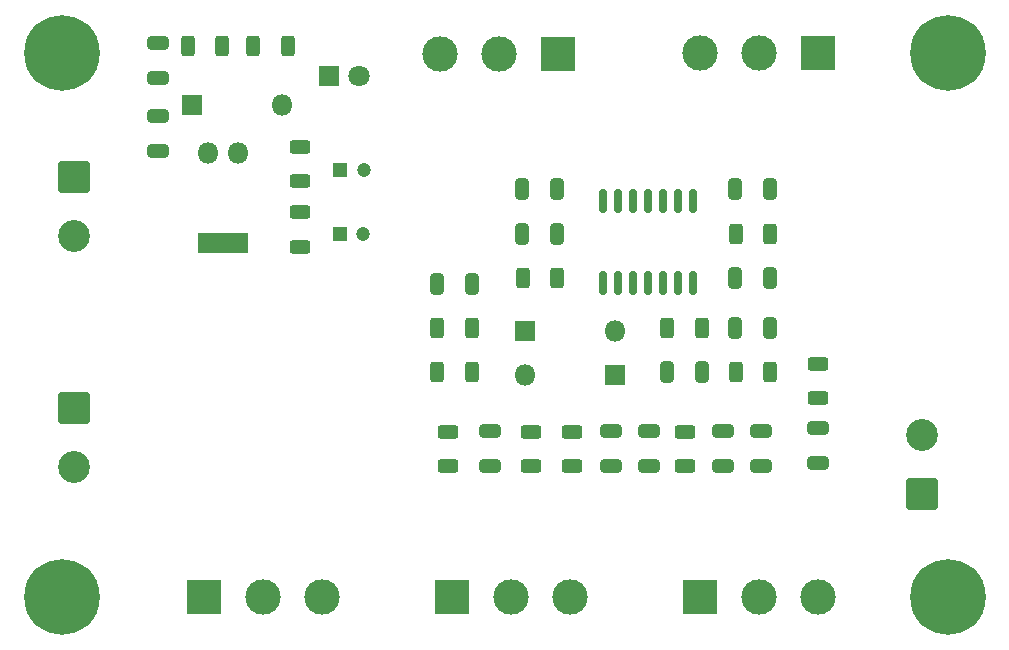
<source format=gbr>
%TF.GenerationSoftware,KiCad,Pcbnew,7.0.7*%
%TF.CreationDate,2024-01-15T18:38:01+01:00*%
%TF.ProjectId,MarshallGuvnor,4d617273-6861-46c6-9c47-75766e6f722e,rev?*%
%TF.SameCoordinates,Original*%
%TF.FileFunction,Soldermask,Top*%
%TF.FilePolarity,Negative*%
%FSLAX46Y46*%
G04 Gerber Fmt 4.6, Leading zero omitted, Abs format (unit mm)*
G04 Created by KiCad (PCBNEW 7.0.7) date 2024-01-15 18:38:01*
%MOMM*%
%LPD*%
G01*
G04 APERTURE LIST*
G04 Aperture macros list*
%AMRoundRect*
0 Rectangle with rounded corners*
0 $1 Rounding radius*
0 $2 $3 $4 $5 $6 $7 $8 $9 X,Y pos of 4 corners*
0 Add a 4 corners polygon primitive as box body*
4,1,4,$2,$3,$4,$5,$6,$7,$8,$9,$2,$3,0*
0 Add four circle primitives for the rounded corners*
1,1,$1+$1,$2,$3*
1,1,$1+$1,$4,$5*
1,1,$1+$1,$6,$7*
1,1,$1+$1,$8,$9*
0 Add four rect primitives between the rounded corners*
20,1,$1+$1,$2,$3,$4,$5,0*
20,1,$1+$1,$4,$5,$6,$7,0*
20,1,$1+$1,$6,$7,$8,$9,0*
20,1,$1+$1,$8,$9,$2,$3,0*%
G04 Aperture macros list end*
%ADD10RoundRect,0.250000X0.625000X-0.312500X0.625000X0.312500X-0.625000X0.312500X-0.625000X-0.312500X0*%
%ADD11RoundRect,0.250000X-0.312500X-0.625000X0.312500X-0.625000X0.312500X0.625000X-0.312500X0.625000X0*%
%ADD12R,1.800000X1.800000*%
%ADD13C,1.800000*%
%ADD14R,3.000000X3.000000*%
%ADD15C,3.000000*%
%ADD16RoundRect,0.250000X-0.650000X0.325000X-0.650000X-0.325000X0.650000X-0.325000X0.650000X0.325000X0*%
%ADD17RoundRect,0.250000X-0.625000X0.312500X-0.625000X-0.312500X0.625000X-0.312500X0.625000X0.312500X0*%
%ADD18RoundRect,0.250000X0.650000X-0.325000X0.650000X0.325000X-0.650000X0.325000X-0.650000X-0.325000X0*%
%ADD19O,1.800000X1.800000*%
%ADD20C,0.800000*%
%ADD21C,6.400000*%
%ADD22RoundRect,0.250000X0.325000X0.650000X-0.325000X0.650000X-0.325000X-0.650000X0.325000X-0.650000X0*%
%ADD23RoundRect,0.250001X-1.099999X1.099999X-1.099999X-1.099999X1.099999X-1.099999X1.099999X1.099999X0*%
%ADD24C,2.700000*%
%ADD25R,1.200000X1.200000*%
%ADD26C,1.200000*%
%ADD27RoundRect,0.250000X0.312500X0.625000X-0.312500X0.625000X-0.312500X-0.625000X0.312500X-0.625000X0*%
%ADD28RoundRect,0.150000X0.150000X-0.837500X0.150000X0.837500X-0.150000X0.837500X-0.150000X-0.837500X0*%
%ADD29RoundRect,0.250000X-0.325000X-0.650000X0.325000X-0.650000X0.325000X0.650000X-0.325000X0.650000X0*%
%ADD30R,2.800000X1.800000*%
%ADD31RoundRect,0.250001X1.099999X-1.099999X1.099999X1.099999X-1.099999X1.099999X-1.099999X-1.099999X0*%
G04 APERTURE END LIST*
D10*
%TO.C,R14*%
X137725000Y-139937500D03*
X137725000Y-137012500D03*
%TD*%
D11*
%TO.C,R3*%
X115675000Y-104400000D03*
X118600000Y-104400000D03*
%TD*%
D12*
%TO.C,D2*%
X127597500Y-106900000D03*
D13*
X130137500Y-106900000D03*
%TD*%
D14*
%TO.C,RV3*%
X138000000Y-151000000D03*
D15*
X143000000Y-151000000D03*
X148000000Y-151000000D03*
%TD*%
D16*
%TO.C,C12*%
X151475000Y-137000000D03*
X151475000Y-139950000D03*
%TD*%
D17*
%TO.C,R11*%
X148225000Y-137012500D03*
X148225000Y-139937500D03*
%TD*%
D18*
%TO.C,C1*%
X113137500Y-113275000D03*
X113137500Y-110325000D03*
%TD*%
D12*
%TO.C,D1*%
X116055000Y-109400000D03*
D19*
X123675000Y-109400000D03*
%TD*%
D11*
%TO.C,R10*%
X144012500Y-124000000D03*
X146937500Y-124000000D03*
%TD*%
D16*
%TO.C,C13*%
X154725000Y-137000000D03*
X154725000Y-139950000D03*
%TD*%
D20*
%TO.C,H3*%
X102600000Y-151000000D03*
X103302944Y-149302944D03*
X103302944Y-152697056D03*
X105000000Y-148600000D03*
D21*
X105000000Y-151000000D03*
D20*
X105000000Y-153400000D03*
X106697056Y-149302944D03*
X106697056Y-152697056D03*
X107400000Y-151000000D03*
%TD*%
D22*
%TO.C,C10*%
X146950000Y-116500000D03*
X144000000Y-116500000D03*
%TD*%
D23*
%TO.C,J1*%
X106000000Y-115500000D03*
D24*
X106000000Y-120500000D03*
%TD*%
D22*
%TO.C,C8*%
X164975000Y-124000000D03*
X162025000Y-124000000D03*
%TD*%
D11*
%TO.C,R6*%
X162037500Y-120250000D03*
X164962500Y-120250000D03*
%TD*%
D14*
%TO.C,RV1*%
X147000000Y-105050000D03*
D15*
X142000000Y-105050000D03*
X137000000Y-105050000D03*
%TD*%
D25*
%TO.C,C4*%
X128564901Y-114900000D03*
D26*
X130564901Y-114900000D03*
%TD*%
D20*
%TO.C,H4*%
X177600000Y-151000000D03*
X178302944Y-149302944D03*
X178302944Y-152697056D03*
X180000000Y-148600000D03*
D21*
X180000000Y-151000000D03*
D20*
X180000000Y-153400000D03*
X181697056Y-149302944D03*
X181697056Y-152697056D03*
X182400000Y-151000000D03*
%TD*%
D17*
%TO.C,R12*%
X169000000Y-131262500D03*
X169000000Y-134187500D03*
%TD*%
D14*
%TO.C,RV5*%
X159000000Y-151000000D03*
D15*
X164000000Y-151000000D03*
X169000000Y-151000000D03*
%TD*%
D23*
%TO.C,J2*%
X106000000Y-135000000D03*
D24*
X106000000Y-140000000D03*
%TD*%
D18*
%TO.C,C14*%
X164225000Y-139950000D03*
X164225000Y-137000000D03*
%TD*%
D16*
%TO.C,C16*%
X160975000Y-137000000D03*
X160975000Y-139950000D03*
%TD*%
D27*
%TO.C,R5*%
X159187500Y-128250000D03*
X156262500Y-128250000D03*
%TD*%
D28*
%TO.C,U1*%
X150795000Y-124425000D03*
X152065000Y-124425000D03*
X153335000Y-124425000D03*
X154605000Y-124425000D03*
X155875000Y-124425000D03*
X157145000Y-124425000D03*
X158415000Y-124425000D03*
X158415000Y-117500000D03*
X157145000Y-117500000D03*
X155875000Y-117500000D03*
X154605000Y-117500000D03*
X153335000Y-117500000D03*
X152065000Y-117500000D03*
X150795000Y-117500000D03*
%TD*%
D18*
%TO.C,C15*%
X169000000Y-139700000D03*
X169000000Y-136750000D03*
%TD*%
D27*
%TO.C,R8*%
X139687500Y-128250000D03*
X136762500Y-128250000D03*
%TD*%
D25*
%TO.C,C3*%
X128537500Y-120325000D03*
D26*
X130537500Y-120325000D03*
%TD*%
D11*
%TO.C,R2*%
X121212500Y-104400000D03*
X124137500Y-104400000D03*
%TD*%
D10*
%TO.C,R1*%
X125137500Y-115825000D03*
X125137500Y-112900000D03*
%TD*%
D14*
%TO.C,RV2*%
X169000000Y-105000000D03*
D15*
X164000000Y-105000000D03*
X159000000Y-105000000D03*
%TD*%
D22*
%TO.C,C6*%
X159200000Y-132000000D03*
X156250000Y-132000000D03*
%TD*%
D20*
%TO.C,H1*%
X102600000Y-105000000D03*
X103302944Y-103302944D03*
X103302944Y-106697056D03*
X105000000Y-102600000D03*
D21*
X105000000Y-105000000D03*
D20*
X105000000Y-107400000D03*
X106697056Y-103302944D03*
X106697056Y-106697056D03*
X107400000Y-105000000D03*
%TD*%
D17*
%TO.C,R15*%
X157725000Y-137012500D03*
X157725000Y-139937500D03*
%TD*%
D11*
%TO.C,R7*%
X136762500Y-132000000D03*
X139687500Y-132000000D03*
%TD*%
D29*
%TO.C,C9*%
X162025000Y-128250000D03*
X164975000Y-128250000D03*
%TD*%
D20*
%TO.C,H2*%
X177600000Y-105000000D03*
X178302944Y-103302944D03*
X178302944Y-106697056D03*
X180000000Y-102600000D03*
D21*
X180000000Y-105000000D03*
D20*
X180000000Y-107400000D03*
X181697056Y-103302944D03*
X181697056Y-106697056D03*
X182400000Y-105000000D03*
%TD*%
D14*
%TO.C,RV4*%
X117000000Y-151000000D03*
D15*
X122000000Y-151000000D03*
X127000000Y-151000000D03*
%TD*%
D12*
%TO.C,Q1*%
X117367500Y-121020000D03*
D30*
X119407500Y-121020000D03*
D19*
X119907500Y-113400000D03*
X117367500Y-113400000D03*
%TD*%
D12*
%TO.C,D3*%
X144190000Y-128500000D03*
D19*
X151810000Y-128500000D03*
%TD*%
D10*
%TO.C,R4*%
X125137500Y-121362500D03*
X125137500Y-118437500D03*
%TD*%
D22*
%TO.C,C7*%
X164975000Y-116500000D03*
X162025000Y-116500000D03*
%TD*%
D18*
%TO.C,C17*%
X141225000Y-139950000D03*
X141225000Y-137000000D03*
%TD*%
D29*
%TO.C,C5*%
X136750000Y-124500000D03*
X139700000Y-124500000D03*
%TD*%
D22*
%TO.C,C11*%
X146950000Y-120250000D03*
X144000000Y-120250000D03*
%TD*%
D16*
%TO.C,C2*%
X113137500Y-104125000D03*
X113137500Y-107075000D03*
%TD*%
D17*
%TO.C,R13*%
X144725000Y-137012500D03*
X144725000Y-139937500D03*
%TD*%
D12*
%TO.C,D4*%
X151810000Y-132200000D03*
D19*
X144190000Y-132200000D03*
%TD*%
D11*
%TO.C,R9*%
X162037500Y-132000000D03*
X164962500Y-132000000D03*
%TD*%
D31*
%TO.C,J3*%
X177861441Y-142299722D03*
D24*
X177861441Y-137299722D03*
%TD*%
M02*

</source>
